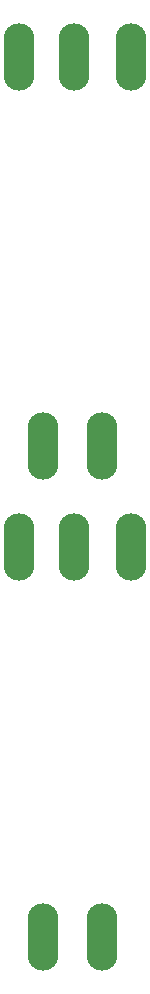
<source format=gbr>
%TF.GenerationSoftware,KiCad,Pcbnew,9.0.1*%
%TF.CreationDate,2025-05-02T15:54:27+01:00*%
%TF.ProjectId,main_board,6d61696e-5f62-46f6-9172-642e6b696361,rev?*%
%TF.SameCoordinates,Original*%
%TF.FileFunction,Paste,Top*%
%TF.FilePolarity,Positive*%
%FSLAX46Y46*%
G04 Gerber Fmt 4.6, Leading zero omitted, Abs format (unit mm)*
G04 Created by KiCad (PCBNEW 9.0.1) date 2025-05-02 15:54:27*
%MOMM*%
%LPD*%
G01*
G04 APERTURE LIST*
%ADD10O,2.600000X5.700000*%
G04 APERTURE END LIST*
D10*
%TO.C,REF\u002A\u002A*%
X176000000Y-97500000D03*
X168500000Y-130500000D03*
X171150000Y-97500000D03*
X173500000Y-130500000D03*
X166500000Y-97500000D03*
%TD*%
%TO.C,REF\u002A\u002A*%
X176000000Y-56000000D03*
X168500000Y-89000000D03*
X173500000Y-89000000D03*
X166500000Y-56000000D03*
X171150000Y-56000000D03*
%TD*%
M02*

</source>
